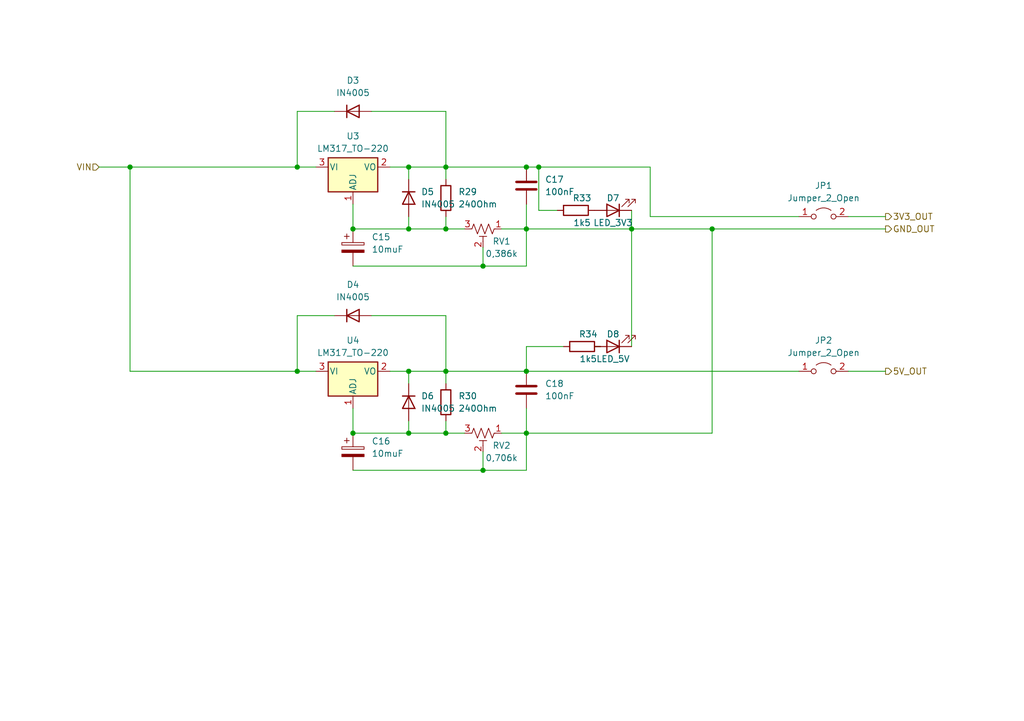
<source format=kicad_sch>
(kicad_sch (version 20230121) (generator eeschema)
  (paper "A5")
  (lib_symbols
    (symbol "Device:C" (pin_numbers hide) (pin_names (offset 0.254))
      (property "Reference" "C" (at 0.635 2.54 0))
      (property "Value" "C" (at 0.635 -2.54 0))
      (symbol "C_0_1"
        (polyline (pts (xy -2.032 -0.762) (xy 2.032 -0.762)) (stroke (width 0.508)))
        (polyline (pts (xy -2.032 0.762) (xy 2.032 0.762)) (stroke (width 0.508)))
      )
      (symbol "C_1_1"
        (pin passive line (at 0 3.81 270) (length 2.794) (name "~") (number "1"))
        (pin passive line (at 0 -3.81 90) (length 2.794) (name "~") (number "2"))
      )
    )
    (symbol "Device:C_Polarized" (pin_numbers hide) (pin_names (offset 0.254))
      (property "Reference" "C" (at 0.635 2.54 0))
      (property "Value" "C_Polarized" (at 0.635 -2.54 0))
      (symbol "C_Polarized_0_1"
        (rectangle (start -2.286 0.508) (end 2.286 1.016))
        (polyline (pts (xy -1.778 2.286) (xy -0.762 2.286)))
        (polyline (pts (xy -1.27 2.794) (xy -1.27 1.778)))
        (rectangle (start 2.286 -0.508) (end -2.286 -1.016) (fill (type outline)))
      )
      (symbol "C_Polarized_1_1"
        (pin passive line (at 0 3.81 270) (length 2.794) (name "~") (number "1"))
        (pin passive line (at 0 -3.81 90) (length 2.794) (name "~") (number "2"))
      )
    )
    (symbol "Device:D" (pin_numbers hide) (pin_names (offset 1.016) hide)
      (property "Reference" "D" (at 0 2.54 0))
      (property "Value" "D" (at 0 -2.54 0))
      (symbol "D_0_1"
        (polyline (pts (xy -1.27 1.27) (xy -1.27 -1.27)) (stroke (width 0.254)))
        (polyline (pts (xy 1.27 0) (xy -1.27 0)))
        (polyline (pts (xy 1.27 1.27) (xy 1.27 -1.27) (xy -1.27 0) (xy 1.27 1.27)) (stroke (width 0.254)))
      )
      (symbol "D_1_1"
        (pin passive line (at -3.81 0 0) (length 2.54) (name "K") (number "1"))
        (pin passive line (at 3.81 0 180) (length 2.54) (name "A") (number "2"))
      )
    )
    (symbol "Device:LED" (pin_numbers hide) (pin_names (offset 1.016) hide)
      (property "Reference" "D" (at 0 2.54 0))
      (property "Value" "LED" (at 0 -2.54 0))
      (symbol "LED_0_1"
        (polyline (pts (xy -1.27 -1.27) (xy -1.27 1.27)) (stroke (width 0.254)))
        (polyline (pts (xy -1.27 0) (xy 1.27 0)))
        (polyline (pts (xy 1.27 -1.27) (xy 1.27 1.27) (xy -1.27 0) (xy 1.27 -1.27)) (stroke (width 0.254)))
        (polyline (pts (xy -3.048 -0.762) (xy -4.572 -2.286) (xy -3.81 -2.286) (xy -4.572 -2.286) (xy -4.572 -1.524)))
        (polyline (pts (xy -1.778 -0.762) (xy -3.302 -2.286) (xy -2.54 -2.286) (xy -3.302 -2.286) (xy -3.302 -1.524)))
      )
      (symbol "LED_1_1"
        (pin passive line (at -3.81 0 0) (length 2.54) (name "K") (number "1"))
        (pin passive line (at 3.81 0 180) (length 2.54) (name "A") (number "2"))
      )
    )
    (symbol "Device:R" (pin_numbers hide) (pin_names (offset 0))
      (property "Reference" "R" (at 2.032 0 90))
      (property "Value" "R" (at 0 0 90))
      (symbol "R_0_1"
        (rectangle (start -1.016 -2.54) (end 1.016 2.54) (stroke (width 0.254)))
      )
      (symbol "R_1_1"
        (pin passive line (at 0 3.81 270) (length 1.27) (name "~") (number "1"))
        (pin passive line (at 0 -3.81 90) (length 1.27) (name "~") (number "2"))
      )
    )
    (symbol "Device:R_Potentiometer_Trim_US" (pin_names (offset 1.016) hide)
      (property "Reference" "RV" (at -4.445 0 90))
      (property "Value" "R_Potentiometer_Trim_US" (at -2.54 0 90))
      (symbol "R_Potentiometer_Trim_US_0_1"
        (polyline (pts (xy 0 -2.286) (xy 0 -2.54)))
        (polyline (pts (xy 0 2.286) (xy 0 2.54)))
        (polyline (pts (xy 1.524 0.762) (xy 1.524 -0.762)))
        (polyline (pts (xy 2.54 0) (xy 1.524 0)))
        (polyline (pts (xy 0 -0.762) (xy 1.016 -1.143) (xy 0 -1.524) (xy -1.016 -1.905) (xy 0 -2.286)))
        (polyline (pts (xy 0 0.762) (xy 1.016 0.381) (xy 0 0) (xy -1.016 -0.381) (xy 0 -0.762)))
        (polyline (pts (xy 0 2.286) (xy 1.016 1.905) (xy 0 1.524) (xy -1.016 1.143) (xy 0 0.762)))
      )
      (symbol "R_Potentiometer_Trim_US_1_1"
        (pin passive line (at 0 3.81 270) (length 1.27) (name "1") (number "1"))
        (pin passive line (at 3.81 0 180) (length 1.27) (name "2") (number "2"))
        (pin passive line (at 0 -3.81 90) (length 1.27) (name "3") (number "3"))
      )
    )
    (symbol "Jumper:Jumper_2_Open" (pin_names (offset 0) hide)
      (property "Reference" "JP" (at 0 2.794 0))
      (property "Value" "Jumper_2_Open" (at 0 -2.286 0))
      (symbol "Jumper_2_Open_0_0"
        (circle (center -2.032 0) (radius 0.508))
        (circle (center 2.032 0) (radius 0.508))
      )
      (symbol "Jumper_2_Open_0_1"
        (arc (start 1.524 1.27) (mid 0 1.778) (end -1.524 1.27))
      )
      (symbol "Jumper_2_Open_1_1"
        (pin passive line (at -5.08 0 0) (length 2.54) (name "A") (number "1"))
        (pin passive line (at 5.08 0 180) (length 2.54) (name "B") (number "2"))
      )
    )
    (symbol "Regulator_Linear:LM317_TO-220" (pin_names (offset 0.254))
      (property "Reference" "U" (at -3.81 3.175 0))
      (property "Value" "LM317_TO-220" (at 0 3.175 0))
      (symbol "LM317_TO-220_0_1"
        (rectangle (start -5.08 1.905) (end 5.08 -5.08) (stroke (width 0.254)) (fill (type background)))
      )
      (symbol "LM317_TO-220_1_1"
        (pin input line (at 0 -7.62 90) (length 2.54) (name "ADJ") (number "1"))
        (pin power_out line (at 7.62 0 180) (length 2.54) (name "VO") (number "2"))
        (pin power_in line (at -7.62 0 0) (length 2.54) (name "VI") (number "3"))
      )
    )
  )
  (junction (at 91.44 76.2))
  (junction (at 91.44 46.99))
  (junction (at 83.82 88.9))
  (junction (at 110.49 34.29))
  (junction (at 99.06 96.52))
  (junction (at 60.96 76.2))
  (junction (at 91.44 34.29))
  (junction (at 83.82 46.99))
  (junction (at 83.82 34.29))
  (junction (at 107.95 34.29))
  (junction (at 146.05 46.99))
  (junction (at 107.95 76.2))
  (junction (at 72.39 88.9))
  (junction (at 83.82 76.2))
  (junction (at 60.96 34.29))
  (junction (at 99.06 54.61))
  (junction (at 91.44 88.9))
  (junction (at 26.67 34.29))
  (junction (at 129.54 46.99))
  (junction (at 107.95 88.9))
  (junction (at 107.95 46.99))
  (junction (at 72.39 46.99))
  (wire (pts (xy 60.96 64.77) (xy 60.96 76.2)))
  (wire (pts (xy 68.58 22.86) (xy 60.96 22.86)))
  (wire (pts (xy 80.01 34.29) (xy 83.82 34.29)))
  (wire (pts (xy 110.49 43.18) (xy 110.49 34.29)))
  (wire (pts (xy 115.57 71.12) (xy 107.95 71.12)))
  (wire (pts (xy 91.44 86.36) (xy 91.44 88.9)))
  (wire (pts (xy 146.05 46.99) (xy 181.61 46.99)))
  (wire (pts (xy 133.35 34.29) (xy 133.35 44.45)))
  (wire (pts (xy 60.96 34.29) (xy 64.77 34.29)))
  (wire (pts (xy 83.82 88.9) (xy 91.44 88.9)))
  (wire (pts (xy 91.44 44.45) (xy 91.44 46.99)))
  (wire (pts (xy 91.44 88.9) (xy 95.25 88.9)))
  (wire (pts (xy 102.87 88.9) (xy 107.95 88.9)))
  (wire (pts (xy 110.49 34.29) (xy 133.35 34.29)))
  (wire (pts (xy 91.44 76.2) (xy 91.44 78.74)))
  (wire (pts (xy 72.39 83.82) (xy 72.39 88.9)))
  (wire (pts (xy 60.96 76.2) (xy 64.77 76.2)))
  (wire (pts (xy 133.35 44.45) (xy 163.83 44.45)))
  (wire (pts (xy 107.95 76.2) (xy 163.83 76.2)))
  (wire (pts (xy 83.82 86.36) (xy 83.82 88.9)))
  (wire (pts (xy 83.82 76.2) (xy 83.82 78.74)))
  (wire (pts (xy 99.06 96.52) (xy 107.95 96.52)))
  (wire (pts (xy 129.54 46.99) (xy 129.54 71.12)))
  (wire (pts (xy 121.92 71.12) (xy 123.19 71.12)))
  (wire (pts (xy 173.99 76.2) (xy 181.61 76.2)))
  (wire (pts (xy 99.06 50.8) (xy 99.06 54.61)))
  (wire (pts (xy 60.96 76.2) (xy 26.67 76.2)))
  (wire (pts (xy 129.54 43.18) (xy 129.54 46.99)))
  (wire (pts (xy 146.05 46.99) (xy 146.05 88.9)))
  (wire (pts (xy 129.54 46.99) (xy 146.05 46.99)))
  (wire (pts (xy 91.44 34.29) (xy 91.44 22.86)))
  (wire (pts (xy 91.44 34.29) (xy 107.95 34.29)))
  (wire (pts (xy 83.82 46.99) (xy 91.44 46.99)))
  (wire (pts (xy 68.58 64.77) (xy 60.96 64.77)))
  (wire (pts (xy 91.44 64.77) (xy 76.2 64.77)))
  (wire (pts (xy 72.39 41.91) (xy 72.39 46.99)))
  (wire (pts (xy 26.67 34.29) (xy 60.96 34.29)))
  (wire (pts (xy 107.95 54.61) (xy 107.95 46.99)))
  (wire (pts (xy 83.82 34.29) (xy 83.82 36.83)))
  (wire (pts (xy 72.39 96.52) (xy 99.06 96.52)))
  (wire (pts (xy 83.82 76.2) (xy 91.44 76.2)))
  (wire (pts (xy 72.39 54.61) (xy 99.06 54.61)))
  (wire (pts (xy 80.01 76.2) (xy 83.82 76.2)))
  (wire (pts (xy 107.95 96.52) (xy 107.95 88.9)))
  (wire (pts (xy 91.44 46.99) (xy 95.25 46.99)))
  (wire (pts (xy 173.99 44.45) (xy 181.61 44.45)))
  (wire (pts (xy 99.06 54.61) (xy 107.95 54.61)))
  (wire (pts (xy 107.95 46.99) (xy 102.87 46.99)))
  (wire (pts (xy 83.82 34.29) (xy 91.44 34.29)))
  (wire (pts (xy 107.95 88.9) (xy 146.05 88.9)))
  (wire (pts (xy 72.39 46.99) (xy 83.82 46.99)))
  (wire (pts (xy 83.82 44.45) (xy 83.82 46.99)))
  (wire (pts (xy 107.95 34.29) (xy 110.49 34.29)))
  (wire (pts (xy 91.44 76.2) (xy 107.95 76.2)))
  (wire (pts (xy 107.95 46.99) (xy 129.54 46.99)))
  (wire (pts (xy 72.39 88.9) (xy 83.82 88.9)))
  (wire (pts (xy 26.67 34.29) (xy 26.67 76.2)))
  (wire (pts (xy 107.95 41.91) (xy 107.95 46.99)))
  (wire (pts (xy 60.96 22.86) (xy 60.96 34.29)))
  (wire (pts (xy 20.32 34.29) (xy 26.67 34.29)))
  (wire (pts (xy 107.95 83.82) (xy 107.95 88.9)))
  (wire (pts (xy 107.95 71.12) (xy 107.95 76.2)))
  (wire (pts (xy 91.44 76.2) (xy 91.44 64.77)))
  (wire (pts (xy 114.3 43.18) (xy 110.49 43.18)))
  (wire (pts (xy 91.44 22.86) (xy 76.2 22.86)))
  (wire (pts (xy 99.06 92.71) (xy 99.06 96.52)))
  (wire (pts (xy 91.44 34.29) (xy 91.44 36.83)))
  (hierarchical_label "5V_OUT" (shape output) (at 181.61 76.2 0))
  (hierarchical_label "GND_OUT" (shape output) (at 181.61 46.99 0))
  (hierarchical_label "3V3_OUT" (shape output) (at 181.61 44.45 0))
  (hierarchical_label "VIN" (shape input) (at 20.32 34.29 180))
  (symbol (lib_id "Device:R") (at 118.11 43.18 90) (unit 1)
    (property "Reference" "R33" (at 119.38 40.64 90))
    (property "Value" "1k5" (at 119.38 45.72 90))
    (property "Footprint" "Resistor_SMD:R_0805_2012Metric" (effects hide))
  )
  (symbol (lib_id "Device:R") (at 119.38 71.12 90) (unit 1)
    (property "Reference" "R34" (at 120.65 68.58 90))
    (property "Value" "1k5" (at 120.65 73.66 90))
    (property "Footprint" "Resistor_SMD:R_0805_2012Metric" (effects hide))
  )
  (symbol (lib_id "Regulator_Linear:LM317_TO-220") (at 72.39 76.2 0) (unit 1)
    (property "Reference" "U4" (at 72.39 69.85 0))
    (property "Value" "LM317_TO-220" (at 72.39 72.39 0))
    (property "Footprint" "Package_TO_SOT_THT:TO-220-3_Horizontal_TabDown" (effects hide))
    (property "Datasheet" "http://www.ti.com/lit/ds/symlink/lm317.pdf" (effects hide))
  )
  (symbol (lib_id "Device:R") (at 91.44 82.55 0) (unit 1)
    (property "Reference" "R30" (at 93.98 81.28 0) (effects (justify left)))
    (property "Value" "240Ohm" (at 93.98 83.82 0) (effects (justify left)))
    (property "Footprint" "Resistor_SMD:R_0805_2012Metric" (effects hide))
  )
  (symbol (lib_id "Jumper:Jumper_2_Open") (at 168.91 76.2 0) (unit 1)
    (property "Reference" "JP2" (at 168.91 69.85 0))
    (property "Value" "Jumper_2_Open" (at 168.91 72.39 0))
    (property "Footprint" "Connector_PinHeader_2.54mm:PinHeader_1x02_P2.54mm_Horizontal" (effects hide))
  )
  (symbol (lib_id "Device:C_Polarized") (at 72.39 92.71 0) (unit 1)
    (property "Reference" "C16" (at 76.2 90.551 0) (effects (justify left)))
    (property "Value" "10muF" (at 76.2 93.091 0) (effects (justify left)))
    (property "Footprint" "Capacitor_THT:CP_Axial_L10.0mm_D4.5mm_P15.00mm_Horizontal" (effects hide))
  )
  (symbol (lib_id "Device:R") (at 91.44 40.64 0) (unit 1)
    (property "Reference" "R29" (at 93.98 39.37 0) (effects (justify left)))
    (property "Value" "240Ohm" (at 93.98 41.91 0) (effects (justify left)))
    (property "Footprint" "Resistor_SMD:R_0805_2012Metric" (effects hide))
  )
  (symbol (lib_id "Device:D") (at 72.39 64.77 0) (unit 1)
    (property "Reference" "D4" (at 72.39 58.42 0))
    (property "Value" "IN4005" (at 72.39 60.96 0))
    (property "Footprint" "Diode_THT:D_T-1_P5.08mm_Horizontal" (effects hide))
    (property "Sim.Device" "D" (effects hide))
    (property "Sim.Pins" "1=K 2=A" (effects hide))
  )
  (symbol (lib_id "Device:R_Potentiometer_Trim_US") (at 99.06 46.99 270) (unit 1)
    (property "Reference" "RV1" (at 102.87 49.53 90))
    (property "Value" "0,386k" (at 102.87 52.07 90))
    (property "Footprint" "Potentiometer_THT:Potentiometer_Bourns_3006P_Horizontal" (effects hide))
  )
  (symbol (lib_id "Device:LED") (at 125.73 43.18 180) (unit 1)
    (property "Reference" "D7" (at 125.73 40.64 0))
    (property "Value" "LED_3V3" (at 125.73 45.72 0))
    (property "Footprint" "LED_SMD:LED_0603_1608Metric" (effects hide))
  )
  (symbol (lib_id "Device:C") (at 107.95 38.1 0) (unit 1)
    (property "Reference" "C17" (at 111.76 36.83 0) (effects (justify left)))
    (property "Value" "100nF" (at 111.76 39.37 0) (effects (justify left)))
    (property "Footprint" "Capacitor_SMD:C_0603_1608Metric" (effects hide))
  )
  (symbol (lib_id "Device:D") (at 72.39 22.86 0) (unit 1)
    (property "Reference" "D3" (at 72.39 16.51 0))
    (property "Value" "IN4005" (at 72.39 19.05 0))
    (property "Footprint" "Diode_THT:D_T-1_P5.08mm_Horizontal" (effects hide))
    (property "Sim.Device" "D" (effects hide))
    (property "Sim.Pins" "1=K 2=A" (effects hide))
  )
  (symbol (lib_id "Regulator_Linear:LM317_TO-220") (at 72.39 34.29 0) (unit 1)
    (property "Reference" "U3" (at 72.39 27.94 0))
    (property "Value" "LM317_TO-220" (at 72.39 30.48 0))
    (property "Footprint" "Package_TO_SOT_THT:TO-220-3_Horizontal_TabDown" (effects hide))
    (property "Datasheet" "http://www.ti.com/lit/ds/symlink/lm317.pdf" (effects hide))
  )
  (symbol (lib_id "Device:C_Polarized") (at 72.39 50.8 0) (unit 1)
    (property "Reference" "C15" (at 76.2 48.641 0) (effects (justify left)))
    (property "Value" "10muF" (at 76.2 51.181 0) (effects (justify left)))
    (property "Footprint" "Capacitor_THT:CP_Axial_L10.0mm_D4.5mm_P15.00mm_Horizontal" (effects hide))
  )
  (symbol (lib_id "Device:C") (at 107.95 80.01 0) (unit 1)
    (property "Reference" "C18" (at 111.76 78.74 0) (effects (justify left)))
    (property "Value" "100nF" (at 111.76 81.28 0) (effects (justify left)))
    (property "Footprint" "Capacitor_SMD:C_0603_1608Metric" (effects hide))
  )
  (symbol (lib_id "Jumper:Jumper_2_Open") (at 168.91 44.45 0) (unit 1)
    (property "Reference" "JP1" (at 168.91 38.1 0))
    (property "Value" "Jumper_2_Open" (at 168.91 40.64 0))
    (property "Footprint" "Connector_PinHeader_2.54mm:PinHeader_1x02_P2.54mm_Horizontal" (effects hide))
  )
  (symbol (lib_id "Device:LED") (at 125.73 71.12 180) (unit 1)
    (property "Reference" "D8" (at 125.73 68.58 0))
    (property "Value" "LED_5V" (at 125.73 73.66 0))
    (property "Footprint" "LED_SMD:LED_0603_1608Metric" (effects hide))
  )
  (symbol (lib_id "Device:R_Potentiometer_Trim_US") (at 99.06 88.9 270) (unit 1)
    (property "Reference" "RV2" (at 102.87 91.44 90))
    (property "Value" "0,706k" (at 102.87 93.98 90))
    (property "Footprint" "Potentiometer_THT:Potentiometer_Bourns_3006P_Horizontal" (effects hide))
  )
  (symbol (lib_id "Device:D") (at 83.82 40.64 270) (unit 1)
    (property "Reference" "D5" (at 86.36 39.37 90) (effects (justify left)))
    (property "Value" "IN4005" (at 86.36 41.91 90) (effects (justify left)))
    (property "Footprint" "Diode_THT:D_T-1_P5.08mm_Horizontal" (effects hide))
    (property "Sim.Device" "D" (effects hide))
    (property "Sim.Pins" "1=K 2=A" (effects hide))
  )
  (symbol (lib_id "Device:D") (at 83.82 82.55 270) (unit 1)
    (property "Reference" "D6" (at 86.36 81.28 90) (effects (justify left)))
    (property "Value" "IN4005" (at 86.36 83.82 90) (effects (justify left)))
    (property "Footprint" "Diode_THT:D_T-1_P5.08mm_Horizontal" (effects hide))
    (property "Sim.Device" "D" (effects hide))
    (property "Sim.Pins" "1=K 2=A" (effects hide))
  )
)
</source>
